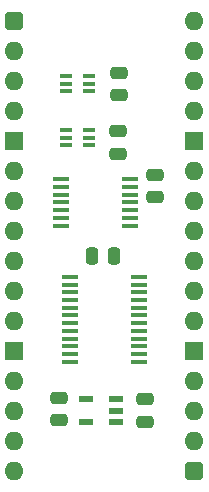
<source format=gts>
%TF.GenerationSoftware,KiCad,Pcbnew,9.0.5-9.0.5~ubuntu24.04.1*%
%TF.CreationDate,2025-10-17T19:08:28+02:00*%
%TF.ProjectId,HCP65 Main Memory Data,48435036-3520-44d6-9169-6e204d656d6f,V0*%
%TF.SameCoordinates,Original*%
%TF.FileFunction,Soldermask,Top*%
%TF.FilePolarity,Negative*%
%FSLAX46Y46*%
G04 Gerber Fmt 4.6, Leading zero omitted, Abs format (unit mm)*
G04 Created by KiCad (PCBNEW 9.0.5-9.0.5~ubuntu24.04.1) date 2025-10-17 19:08:28*
%MOMM*%
%LPD*%
G01*
G04 APERTURE LIST*
G04 Aperture macros list*
%AMRoundRect*
0 Rectangle with rounded corners*
0 $1 Rounding radius*
0 $2 $3 $4 $5 $6 $7 $8 $9 X,Y pos of 4 corners*
0 Add a 4 corners polygon primitive as box body*
4,1,4,$2,$3,$4,$5,$6,$7,$8,$9,$2,$3,0*
0 Add four circle primitives for the rounded corners*
1,1,$1+$1,$2,$3*
1,1,$1+$1,$4,$5*
1,1,$1+$1,$6,$7*
1,1,$1+$1,$8,$9*
0 Add four rect primitives between the rounded corners*
20,1,$1+$1,$2,$3,$4,$5,0*
20,1,$1+$1,$4,$5,$6,$7,0*
20,1,$1+$1,$6,$7,$8,$9,0*
20,1,$1+$1,$8,$9,$2,$3,0*%
G04 Aperture macros list end*
%ADD10R,1.475000X0.450000*%
%ADD11R,1.000000X0.450000*%
%ADD12RoundRect,0.250000X0.475000X-0.250000X0.475000X0.250000X-0.475000X0.250000X-0.475000X-0.250000X0*%
%ADD13RoundRect,0.400000X-0.400000X-0.400000X0.400000X-0.400000X0.400000X0.400000X-0.400000X0.400000X0*%
%ADD14O,1.600000X1.600000*%
%ADD15R,1.600000X1.600000*%
%ADD16RoundRect,0.250000X-0.475000X0.250000X-0.475000X-0.250000X0.475000X-0.250000X0.475000X0.250000X0*%
%ADD17RoundRect,0.250000X0.250000X0.475000X-0.250000X0.475000X-0.250000X-0.475000X0.250000X-0.475000X0*%
%ADD18R,1.150000X0.600000*%
G04 APERTURE END LIST*
D10*
%TO.C,IC4*%
X3920000Y-13432000D03*
X3920000Y-14082000D03*
X3920000Y-14732000D03*
X3920000Y-15382000D03*
X3920000Y-16032000D03*
X3920000Y-16682000D03*
X3920000Y-17332000D03*
X9796000Y-17332000D03*
X9796000Y-16682000D03*
X9796000Y-16032000D03*
X9796000Y-15382000D03*
X9796000Y-14732000D03*
X9796000Y-14082000D03*
X9796000Y-13432000D03*
%TD*%
D11*
%TO.C,IC2*%
X4334000Y-4684000D03*
X4334000Y-5334000D03*
X4334000Y-5984000D03*
X6334000Y-5984000D03*
X6334000Y-5334000D03*
X6334000Y-4684000D03*
%TD*%
D12*
%TO.C,C8*%
X11049000Y-33954000D03*
X11049000Y-32054000D03*
%TD*%
D13*
%TO.C,J5*%
X0Y0D03*
D14*
X0Y-2540000D03*
X0Y-5080000D03*
X0Y-7620000D03*
D15*
X0Y-10160000D03*
D14*
X0Y-12700000D03*
X0Y-15240000D03*
X0Y-17780000D03*
X0Y-20320000D03*
X0Y-22860000D03*
X0Y-25400000D03*
D15*
X0Y-27940000D03*
D14*
X0Y-30480000D03*
X0Y-33020000D03*
X0Y-35560000D03*
X0Y-38100000D03*
D13*
X15240000Y-38100000D03*
D14*
X15240000Y-35560000D03*
X15240000Y-33020000D03*
X15240000Y-30480000D03*
D15*
X15240000Y-27940000D03*
D14*
X15240000Y-25400000D03*
X15240000Y-22860000D03*
X15240000Y-20320000D03*
X15240000Y-17780000D03*
X15240000Y-15240000D03*
X15240000Y-12700000D03*
D15*
X15240000Y-10160000D03*
D14*
X15240000Y-7620000D03*
X15240000Y-5080000D03*
X15240000Y-2540000D03*
X15240000Y0D03*
%TD*%
D16*
%TO.C,C2*%
X8763000Y-9353000D03*
X8763000Y-11253000D03*
%TD*%
D10*
%TO.C,IC3*%
X4682000Y-21698000D03*
X4682000Y-22348000D03*
X4682000Y-22998000D03*
X4682000Y-23648000D03*
X4682000Y-24298000D03*
X4682000Y-24948000D03*
X4682000Y-25598000D03*
X4682000Y-26248000D03*
X4682000Y-26898000D03*
X4682000Y-27548000D03*
X4682000Y-28198000D03*
X4682000Y-28848000D03*
X10558000Y-28848000D03*
X10558000Y-28198000D03*
X10558000Y-27548000D03*
X10558000Y-26898000D03*
X10558000Y-26248000D03*
X10558000Y-25598000D03*
X10558000Y-24948000D03*
X10558000Y-24298000D03*
X10558000Y-23648000D03*
X10558000Y-22998000D03*
X10558000Y-22348000D03*
X10558000Y-21698000D03*
%TD*%
D17*
%TO.C,C3*%
X8427000Y-19939000D03*
X6527000Y-19939000D03*
%TD*%
D16*
%TO.C,C9*%
X3784600Y-31933600D03*
X3784600Y-33833600D03*
%TD*%
D18*
%TO.C,IC5*%
X8640600Y-33944600D03*
X8640600Y-32994600D03*
X8640600Y-32044600D03*
X6040600Y-32044600D03*
X6040600Y-33944600D03*
%TD*%
D11*
%TO.C,IC6*%
X4334000Y-9256000D03*
X4334000Y-9906000D03*
X4334000Y-10556000D03*
X6334000Y-10556000D03*
X6334000Y-9906000D03*
X6334000Y-9256000D03*
%TD*%
D16*
%TO.C,C1*%
X11938000Y-13036000D03*
X11938000Y-14936000D03*
%TD*%
%TO.C,C4*%
X8890000Y-4400000D03*
X8890000Y-6300000D03*
%TD*%
M02*

</source>
